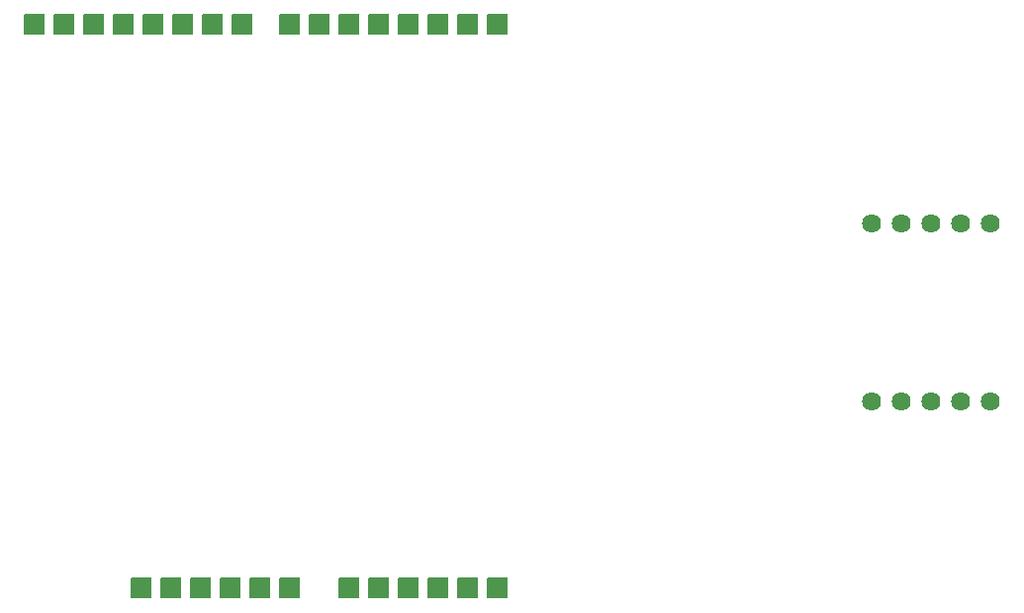
<source format=gbs>
G04 Layer: BottomSolderMaskLayer*
G04 EasyEDA v6.5.46, 2025-06-25 09:17:09*
G04 c32a7bcbb03645a88eb5fb473b9f6d41,a0a929ee5348484eab1505e8ec72bbe5,10*
G04 Gerber Generator version 0.2*
G04 Scale: 100 percent, Rotated: No, Reflected: No *
G04 Dimensions in millimeters *
G04 leading zeros omitted , absolute positions ,4 integer and 5 decimal *
%FSLAX45Y45*%
%MOMM*%

%AMMACRO1*4,1,8,-0.8593,-0.889,-0.889,-0.859,-0.889,0.8593,-0.8593,0.889,0.859,0.889,0.889,0.8593,0.889,-0.859,0.859,-0.889,-0.8593,-0.889,0*%
%ADD10C,1.6256*%
%ADD11MACRO1*%

%LPD*%
D10*
G01*
X11125200Y5956300D03*
G01*
X11379200Y5956300D03*
G01*
X11633200Y5956300D03*
G01*
X11887200Y5956300D03*
G01*
X12141200Y5956300D03*
G01*
X12141200Y7480300D03*
G01*
X11887200Y7480300D03*
G01*
X11633200Y7480300D03*
G01*
X11379200Y7480300D03*
G01*
X11125200Y7480300D03*
D11*
G01*
X6908800Y9182100D03*
G01*
X6654800Y4356100D03*
G01*
X7162800Y9182100D03*
G01*
X7416800Y9182100D03*
G01*
X7670800Y9182100D03*
G01*
X7924800Y9182100D03*
G01*
X6654800Y9182100D03*
G01*
X6400800Y9182100D03*
G01*
X6146800Y9182100D03*
G01*
X5740400Y9182100D03*
G01*
X5486400Y9182100D03*
G01*
X5232400Y9182100D03*
G01*
X4978400Y9182100D03*
G01*
X4724400Y9182100D03*
G01*
X4470400Y9182100D03*
G01*
X4216400Y9182100D03*
G01*
X3962400Y9182100D03*
G01*
X6908800Y4356100D03*
G01*
X7162800Y4356100D03*
G01*
X7416800Y4356100D03*
G01*
X7670800Y4356100D03*
G01*
X7924800Y4356100D03*
G01*
X6146800Y4356100D03*
G01*
X5892800Y4356100D03*
G01*
X5638800Y4356100D03*
G01*
X5384800Y4356100D03*
G01*
X5130800Y4356100D03*
G01*
X4876800Y4356100D03*
M02*

</source>
